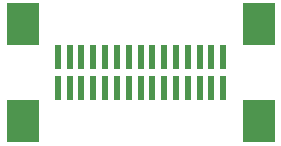
<source format=gbr>
%TF.GenerationSoftware,KiCad,Pcbnew,(6.0.5)*%
%TF.CreationDate,2022-05-15T18:57:47+01:00*%
%TF.ProjectId,adaptor,61646170-746f-4722-9e6b-696361645f70,rev?*%
%TF.SameCoordinates,Original*%
%TF.FileFunction,Paste,Top*%
%TF.FilePolarity,Positive*%
%FSLAX46Y46*%
G04 Gerber Fmt 4.6, Leading zero omitted, Abs format (unit mm)*
G04 Created by KiCad (PCBNEW (6.0.5)) date 2022-05-15 18:57:47*
%MOMM*%
%LPD*%
G01*
G04 APERTURE LIST*
%ADD10R,0.610000X2.000000*%
%ADD11R,2.680000X3.600000*%
G04 APERTURE END LIST*
D10*
%TO.C,J2*%
X133746000Y-79596000D03*
X132746000Y-79596000D03*
X131746000Y-79596000D03*
X130746000Y-79596000D03*
X129746000Y-79596000D03*
X128746000Y-79596000D03*
X127746000Y-79596000D03*
X126746000Y-79596000D03*
X125746000Y-79596000D03*
X124746000Y-79596000D03*
X123746000Y-79596000D03*
X122746000Y-79596000D03*
X121746000Y-79596000D03*
X120746000Y-79596000D03*
X119746000Y-79596000D03*
D11*
X136736000Y-76796000D03*
X116756000Y-76796000D03*
%TD*%
D10*
%TO.C,J1*%
X119746000Y-82202000D03*
X120746000Y-82202000D03*
X121746000Y-82202000D03*
X122746000Y-82202000D03*
X123746000Y-82202000D03*
X124746000Y-82202000D03*
X125746000Y-82202000D03*
X126746000Y-82202000D03*
X127746000Y-82202000D03*
X128746000Y-82202000D03*
X129746000Y-82202000D03*
X130746000Y-82202000D03*
X131746000Y-82202000D03*
X132746000Y-82202000D03*
X133746000Y-82202000D03*
D11*
X116756000Y-85002000D03*
X136736000Y-85002000D03*
%TD*%
M02*

</source>
